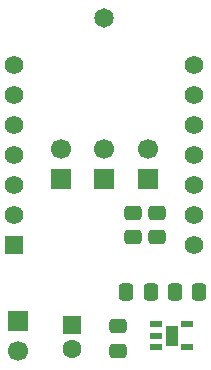
<source format=gts>
%TF.GenerationSoftware,KiCad,Pcbnew,9.0.4*%
%TF.CreationDate,2025-10-26T13:38:01-07:00*%
%TF.ProjectId,db-collector,64622d63-6f6c-46c6-9563-746f722e6b69,rev?*%
%TF.SameCoordinates,Original*%
%TF.FileFunction,Soldermask,Top*%
%TF.FilePolarity,Negative*%
%FSLAX46Y46*%
G04 Gerber Fmt 4.6, Leading zero omitted, Abs format (unit mm)*
G04 Created by KiCad (PCBNEW 9.0.4) date 2025-10-26 13:38:01*
%MOMM*%
%LPD*%
G01*
G04 APERTURE LIST*
G04 Aperture macros list*
%AMRoundRect*
0 Rectangle with rounded corners*
0 $1 Rounding radius*
0 $2 $3 $4 $5 $6 $7 $8 $9 X,Y pos of 4 corners*
0 Add a 4 corners polygon primitive as box body*
4,1,4,$2,$3,$4,$5,$6,$7,$8,$9,$2,$3,0*
0 Add four circle primitives for the rounded corners*
1,1,$1+$1,$2,$3*
1,1,$1+$1,$4,$5*
1,1,$1+$1,$6,$7*
1,1,$1+$1,$8,$9*
0 Add four rect primitives between the rounded corners*
20,1,$1+$1,$2,$3,$4,$5,0*
20,1,$1+$1,$4,$5,$6,$7,0*
20,1,$1+$1,$6,$7,$8,$9,0*
20,1,$1+$1,$8,$9,$2,$3,0*%
G04 Aperture macros list end*
%ADD10C,1.562000*%
%ADD11RoundRect,0.102000X-0.679000X-0.679000X0.679000X-0.679000X0.679000X0.679000X-0.679000X0.679000X0*%
%ADD12R,1.100000X0.600000*%
%ADD13R,0.975000X1.700000*%
%ADD14RoundRect,0.250000X-0.475000X0.337500X-0.475000X-0.337500X0.475000X-0.337500X0.475000X0.337500X0*%
%ADD15RoundRect,0.250000X-0.337500X-0.475000X0.337500X-0.475000X0.337500X0.475000X-0.337500X0.475000X0*%
%ADD16RoundRect,0.250000X0.337500X0.475000X-0.337500X0.475000X-0.337500X-0.475000X0.337500X-0.475000X0*%
%ADD17C,1.700000*%
%ADD18R,1.700000X1.700000*%
%ADD19RoundRect,0.250000X-0.550000X0.550000X-0.550000X-0.550000X0.550000X-0.550000X0.550000X0.550000X0*%
%ADD20C,1.600000*%
%ADD21C,1.650000*%
G04 APERTURE END LIST*
D10*
%TO.C,U1*%
X147420000Y-83956500D03*
X147420000Y-81416500D03*
X147420000Y-78876500D03*
X147420000Y-76336500D03*
X147420000Y-73796500D03*
X147420000Y-71256500D03*
X147420000Y-68716500D03*
X132180000Y-68716500D03*
X132180000Y-71256500D03*
X132180000Y-73796500D03*
X132180000Y-76336500D03*
X132180000Y-78876500D03*
X132180000Y-81416500D03*
D11*
X132180000Y-83956500D03*
%TD*%
D12*
%TO.C,IC2*%
X144200000Y-90700000D03*
X144200000Y-91650000D03*
X144200000Y-92600000D03*
X146800000Y-92600000D03*
X146800000Y-90700000D03*
D13*
X145500000Y-91650000D03*
%TD*%
D14*
%TO.C,C6*%
X141000000Y-90862500D03*
X141000000Y-92937500D03*
%TD*%
D15*
%TO.C,C5*%
X145762500Y-88000000D03*
X147837500Y-88000000D03*
%TD*%
D16*
%TO.C,C4*%
X143737500Y-88000000D03*
X141662500Y-88000000D03*
%TD*%
D17*
%TO.C,J1*%
X132500000Y-92965000D03*
D18*
X132500000Y-90425000D03*
%TD*%
D14*
%TO.C,C2*%
X142200000Y-83337500D03*
X142200000Y-81262500D03*
%TD*%
%TO.C,C1*%
X144300000Y-83337500D03*
X144300000Y-81262500D03*
%TD*%
D19*
%TO.C,C10*%
X137100000Y-90744888D03*
D20*
X137100000Y-92744888D03*
%TD*%
D18*
%TO.C,D3*%
X143500000Y-78375000D03*
D17*
X143500000Y-75835000D03*
%TD*%
D18*
%TO.C,D2*%
X139800000Y-78375000D03*
D17*
X139800000Y-75835000D03*
%TD*%
D18*
%TO.C,D1*%
X136100000Y-78375000D03*
D17*
X136100000Y-75835000D03*
%TD*%
D21*
%TO.C,IC1*%
X139800000Y-64772500D03*
%TD*%
M02*

</source>
